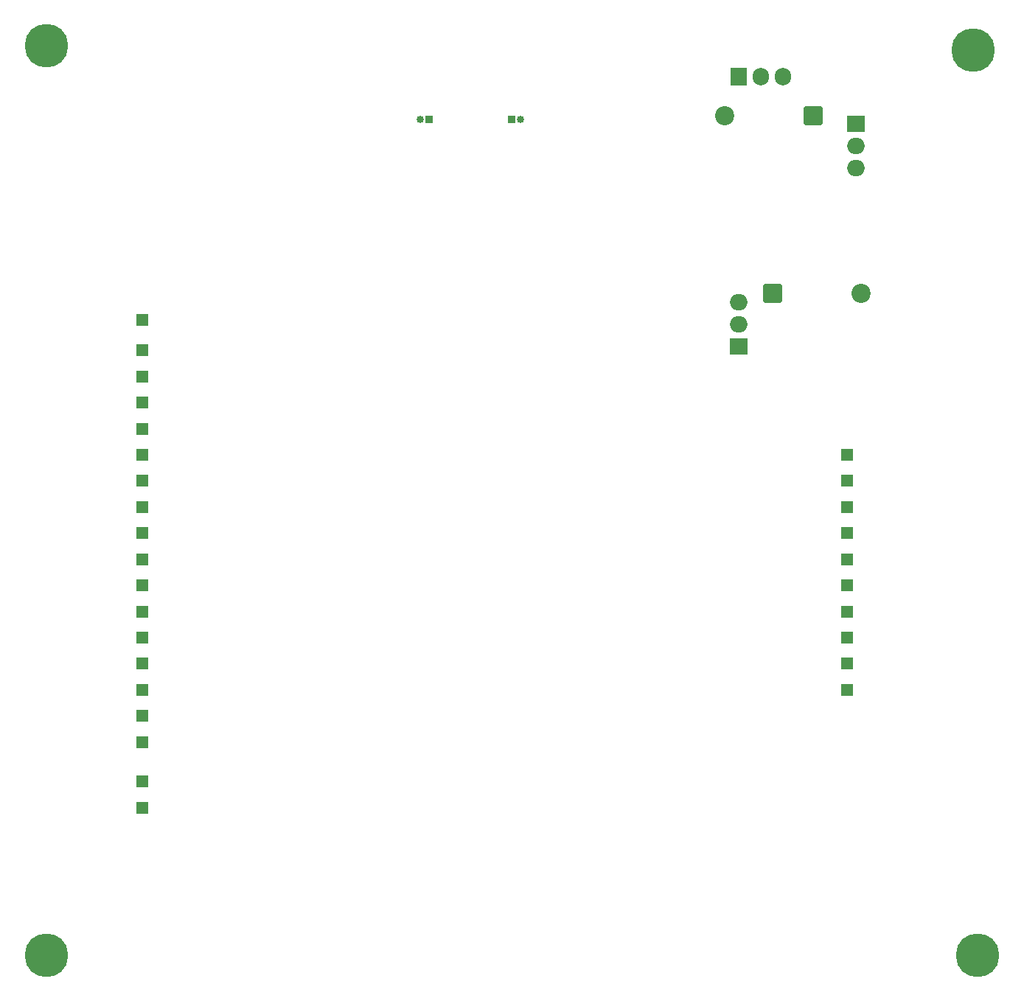
<source format=gbr>
%TF.GenerationSoftware,KiCad,Pcbnew,9.0.3*%
%TF.CreationDate,2025-11-05T19:32:31+02:00*%
%TF.ProjectId,PCB_Design,5043425f-4465-4736-9967-6e2e6b696361,rev?*%
%TF.SameCoordinates,Original*%
%TF.FileFunction,Soldermask,Bot*%
%TF.FilePolarity,Negative*%
%FSLAX46Y46*%
G04 Gerber Fmt 4.6, Leading zero omitted, Abs format (unit mm)*
G04 Created by KiCad (PCBNEW 9.0.3) date 2025-11-05 19:32:31*
%MOMM*%
%LPD*%
G01*
G04 APERTURE LIST*
G04 Aperture macros list*
%AMRoundRect*
0 Rectangle with rounded corners*
0 $1 Rounding radius*
0 $2 $3 $4 $5 $6 $7 $8 $9 X,Y pos of 4 corners*
0 Add a 4 corners polygon primitive as box body*
4,1,4,$2,$3,$4,$5,$6,$7,$8,$9,$2,$3,0*
0 Add four circle primitives for the rounded corners*
1,1,$1+$1,$2,$3*
1,1,$1+$1,$4,$5*
1,1,$1+$1,$6,$7*
1,1,$1+$1,$8,$9*
0 Add four rect primitives between the rounded corners*
20,1,$1+$1,$2,$3,$4,$5,0*
20,1,$1+$1,$4,$5,$6,$7,0*
20,1,$1+$1,$6,$7,$8,$9,0*
20,1,$1+$1,$8,$9,$2,$3,0*%
G04 Aperture macros list end*
%ADD10R,1.350000X1.350000*%
%ADD11C,5.000000*%
%ADD12RoundRect,0.249999X-0.850001X-0.850001X0.850001X-0.850001X0.850001X0.850001X-0.850001X0.850001X0*%
%ADD13C,2.200000*%
%ADD14R,2.000000X1.905000*%
%ADD15O,2.000000X1.905000*%
%ADD16RoundRect,0.249999X0.850001X0.850001X-0.850001X0.850001X-0.850001X-0.850001X0.850001X-0.850001X0*%
%ADD17R,0.850000X0.850000*%
%ADD18C,0.850000*%
%ADD19R,1.905000X2.000000*%
%ADD20O,1.905000X2.000000*%
G04 APERTURE END LIST*
D10*
%TO.C,J5*%
X81500000Y-152000000D03*
%TD*%
%TO.C,J27*%
X81500000Y-131000000D03*
%TD*%
%TO.C,J19*%
X81500000Y-149000000D03*
%TD*%
%TO.C,J9*%
X162500000Y-155000000D03*
%TD*%
%TO.C,J10*%
X162500000Y-137000000D03*
%TD*%
%TO.C,J31*%
X81500000Y-119000000D03*
%TD*%
%TO.C,J28*%
X81500000Y-122000000D03*
%TD*%
D11*
%TO.C,REF\u002A\u002A*%
X177000000Y-81500000D03*
%TD*%
D10*
%TO.C,J26*%
X81500000Y-128000000D03*
%TD*%
%TO.C,J8*%
X162500000Y-134000000D03*
%TD*%
%TO.C,J15*%
X162500000Y-152000000D03*
%TD*%
D11*
%TO.C,REF\u002A\u002A*%
X70500000Y-81000000D03*
%TD*%
D10*
%TO.C,J21*%
X81500000Y-143000000D03*
%TD*%
%TO.C,J22*%
X81500000Y-134000000D03*
%TD*%
%TO.C,J30*%
X81500000Y-116000000D03*
%TD*%
%TO.C,J1*%
X81500000Y-161000000D03*
%TD*%
D12*
%TO.C,D2*%
X153970000Y-109477500D03*
D13*
X164130000Y-109477500D03*
%TD*%
D14*
%TO.C,U3*%
X150000000Y-115580000D03*
D15*
X150000000Y-113040000D03*
X150000000Y-110500000D03*
%TD*%
D11*
%TO.C,REF\u002A\u002A*%
X177500000Y-185500000D03*
%TD*%
D10*
%TO.C,J17*%
X81500000Y-155000000D03*
%TD*%
%TO.C,J7*%
X81500000Y-165500000D03*
%TD*%
%TO.C,J12*%
X162500000Y-143000000D03*
%TD*%
%TO.C,J24*%
X81500000Y-158000000D03*
%TD*%
D16*
%TO.C,D1*%
X158580000Y-89040000D03*
D13*
X148420000Y-89040000D03*
%TD*%
D11*
%TO.C,REF\u002A\u002A*%
X70500000Y-185500000D03*
%TD*%
D10*
%TO.C,J16*%
X162500000Y-146000000D03*
%TD*%
%TO.C,J13*%
X162500000Y-149000000D03*
%TD*%
%TO.C,J29*%
X81500000Y-125000000D03*
%TD*%
%TO.C,J4*%
X81500000Y-112500000D03*
%TD*%
%TO.C,J6*%
X81500000Y-168550000D03*
%TD*%
%TO.C,J14*%
X162500000Y-128000000D03*
%TD*%
%TO.C,J23*%
X162500000Y-140000000D03*
%TD*%
D17*
%TO.C,J3*%
X114500000Y-89500000D03*
D18*
X113500000Y-89500000D03*
%TD*%
D10*
%TO.C,J20*%
X81500000Y-140000000D03*
%TD*%
D17*
%TO.C,J2*%
X124000000Y-89500000D03*
D18*
X125000000Y-89500000D03*
%TD*%
D10*
%TO.C,J25*%
X81500000Y-137000000D03*
%TD*%
D14*
%TO.C,U2*%
X163500000Y-89960000D03*
D15*
X163500000Y-92500000D03*
X163500000Y-95040000D03*
%TD*%
D10*
%TO.C,J18*%
X81500000Y-146000000D03*
%TD*%
D19*
%TO.C,Q1*%
X150000000Y-84540000D03*
D20*
X152540000Y-84540000D03*
X155080000Y-84540000D03*
%TD*%
D10*
%TO.C,J11*%
X162500000Y-131000000D03*
%TD*%
M02*

</source>
